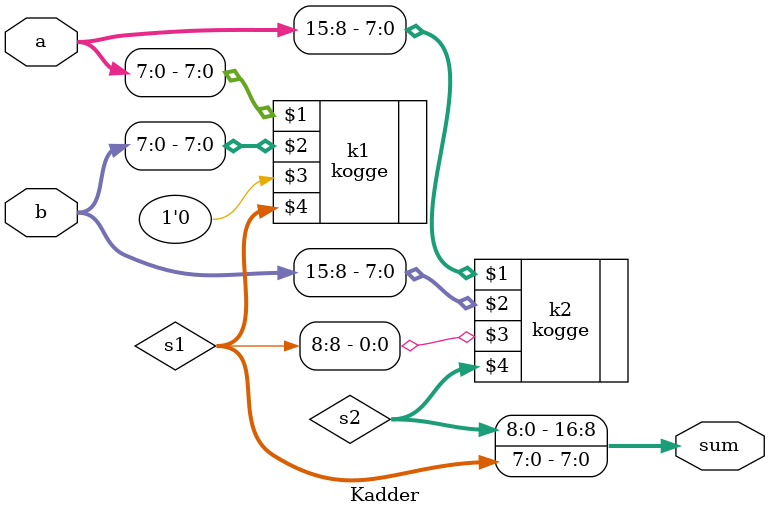
<source format=v>


module Kadder(input [15:0]a,b, output [16:0]sum);
    wire [8:0] s1,s2;
    kogge k1(a[7:0],b[7:0],1'b0,s1[8:0]),
           k2(a[15:8],b[15:8],s1[8],s2[8:0]);
    assign sum = {s2[8:0],s1[7:0]};
endmodule

</source>
